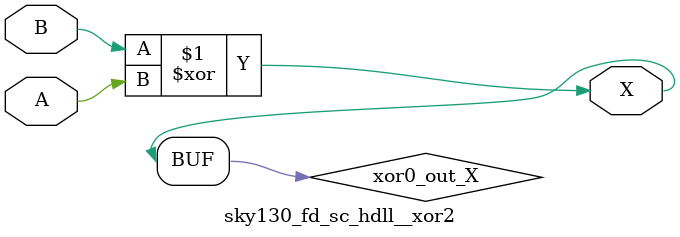
<source format=v>
/*
 * Copyright 2020 The SkyWater PDK Authors
 *
 * Licensed under the Apache License, Version 2.0 (the "License");
 * you may not use this file except in compliance with the License.
 * You may obtain a copy of the License at
 *
 *     https://www.apache.org/licenses/LICENSE-2.0
 *
 * Unless required by applicable law or agreed to in writing, software
 * distributed under the License is distributed on an "AS IS" BASIS,
 * WITHOUT WARRANTIES OR CONDITIONS OF ANY KIND, either express or implied.
 * See the License for the specific language governing permissions and
 * limitations under the License.
 *
 * SPDX-License-Identifier: Apache-2.0
*/


`ifndef SKY130_FD_SC_HDLL__XOR2_FUNCTIONAL_V
`define SKY130_FD_SC_HDLL__XOR2_FUNCTIONAL_V

/**
 * xor2: 2-input exclusive OR.
 *
 *       X = A ^ B
 *
 * Verilog simulation functional model.
 */

`timescale 1ns / 1ps
`default_nettype none

`celldefine
module sky130_fd_sc_hdll__xor2 (
    X,
    A,
    B
);

    // Module ports
    output X;
    input  A;
    input  B;

    // Local signals
    wire xor0_out_X;

    //  Name  Output      Other arguments
    xor xor0 (xor0_out_X, B, A           );
    buf buf0 (X         , xor0_out_X     );

endmodule
`endcelldefine

`default_nettype wire
`endif  // SKY130_FD_SC_HDLL__XOR2_FUNCTIONAL_V
</source>
